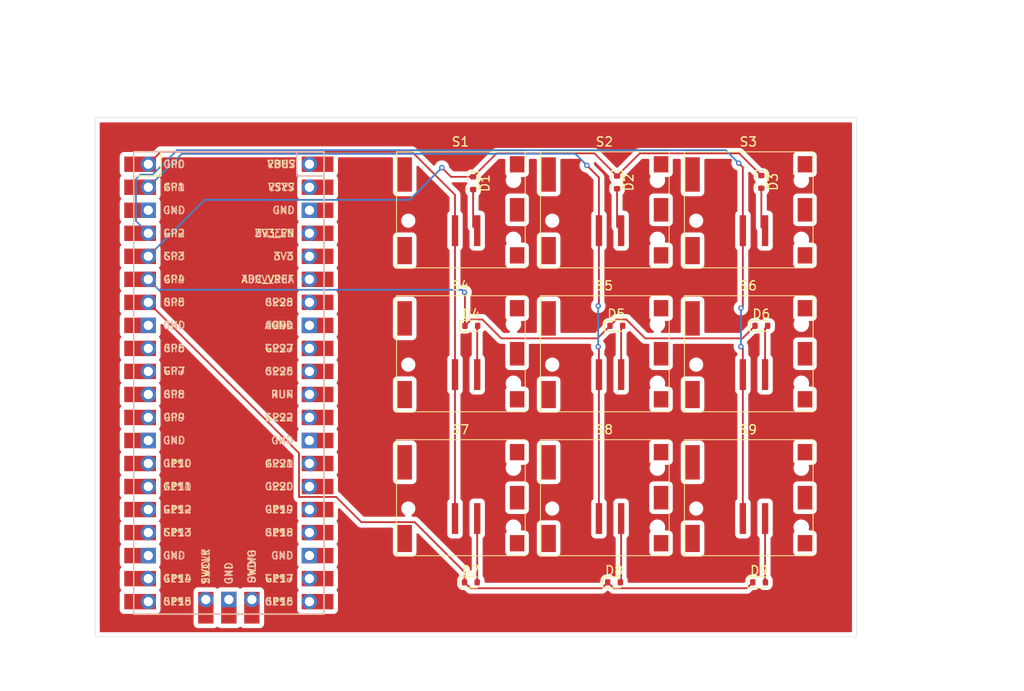
<source format=kicad_pcb>
(kicad_pcb (version 20240108) (generator "pcbnew") (generator_version "8.0")
  (layers (0 "F.Cu" signal) (31 "B.Cu" signal) (34 "B.Paste" user) (35 "F.Paste" user) (36 "B.SilkS" user "B.Silkscreen") (37 "F.SilkS" user "F.Silkscreen") (38 "B.Mask" user) (39 "F.Mask" user) (44 "Edge.Cuts" user))
  (net 0 "")
  (net 1 "Row 0")
  (net 2 "Net-(D1-A)")
  (net 3 "Net-(D2-A)")
  (net 4 "Net-(D3-A)")
  (net 5 "Net-(D4-A)")
  (net 6 "Row 1")
  (net 7 "Net-(D5-A)")
  (net 8 "Net-(D6-A)")
  (net 9 "Row 2")
  (net 10 "Net-(D7-A)")
  (net 11 "Net-(D8-A)")
  (net 12 "Net-(D9-A)")
  (net 13 "Column 0")
  (net 14 "Column 1")
  (net 15 "Column 2")
  (footprint "Cherry_ULP:Cherry_ULP_SMD" (layer "F.Cu") (at 147.46 130.975)
    (property "Reference" "S9" (at -0.05 -7.5 0) (layer "F.SilkS"))
    (property "Value" "Keyswitch")
    (fp_rect (start -7.1 -6.4) (end 7.1 6.4) (stroke (width 0.1)) (fill none) (layer "F.SilkS"))
    (pad "" np_thru_hole circle (at -5.8 1.2) (size 1.05 1.05) (drill 1.05) (layers "F&B.Cu" "*.Mask"))
    (pad "" np_thru_hole circle (at 5.8 -3.26) (size 1.2 1.2) (drill 1.2) (layers "F&B.Cu" "*.Mask"))
    (pad "" np_thru_hole circle (at 5.8 3.26) (size 1.2 1.2) (drill 1.2) (layers "F&B.Cu" "*.Mask"))
    (pad "1" smd rect (at -0.65 2.3) (size 0.7 3.4) (layers "F.Cu" "F.Paste" "F.Mask") (net 15 "Column 2"))
    (pad "2" smd rect (at 1.8 2.3) (size 0.7 3.4) (layers "F.Cu" "F.Paste" "F.Mask") (net 12 "Net-(D9-A)"))
    (pad "3" smd rect (at -6.2 -3.9) (size 1.6 3.8) (layers "F.Cu" "F.Paste" "F.Mask"))
    (pad "3" smd rect (at -6.2 4.5) (size 1.6 3) (layers "F.Cu" "F.Paste" "F.Mask"))
    (pad "3" smd rect (at 6.2 -5.025) (size 1.6 1.8) (layers "F.Cu" "F.Paste" "F.Mask"))
    (pad "3" smd rect (at 6.2 0) (size 1.6 2.6) (layers "F.Cu" "F.Paste" "F.Mask"))
    (pad "3" smd rect (at 6.2 5.025) (size 1.6 1.8) (layers "F.Cu" "F.Paste" "F.Mask"))
  )
  (footprint "Cherry_ULP:Cherry_ULP_SMD" (layer "F.Cu") (at 131.58 130.975)
    (property "Reference" "S8" (at -0.05 -7.5 0) (layer "F.SilkS"))
    (property "Value" "Keyswitch")
    (fp_rect (start -7.1 -6.4) (end 7.1 6.4) (stroke (width 0.1)) (fill none) (layer "F.SilkS"))
    (pad "" np_thru_hole circle (at -5.8 1.2) (size 1.05 1.05) (drill 1.05) (layers "F&B.Cu" "*.Mask"))
    (pad "" np_thru_hole circle (at 5.8 -3.26) (size 1.2 1.2) (drill 1.2) (layers "F&B.Cu" "*.Mask"))
    (pad "" np_thru_hole circle (at 5.8 3.26) (size 1.2 1.2) (drill 1.2) (layers "F&B.Cu" "*.Mask"))
    (pad "1" smd rect (at -0.65 2.3) (size 0.7 3.4) (layers "F.Cu" "F.Paste" "F.Mask") (net 14 "Column 1"))
    (pad "2" smd rect (at 1.8 2.3) (size 0.7 3.4) (layers "F.Cu" "F.Paste" "F.Mask") (net 11 "Net-(D8-A)"))
    (pad "3" smd rect (at -6.2 -3.9) (size 1.6 3.8) (layers "F.Cu" "F.Paste" "F.Mask"))
    (pad "3" smd rect (at -6.2 4.5) (size 1.6 3) (layers "F.Cu" "F.Paste" "F.Mask"))
    (pad "3" smd rect (at 6.2 -5.025) (size 1.6 1.8) (layers "F.Cu" "F.Paste" "F.Mask"))
    (pad "3" smd rect (at 6.2 0) (size 1.6 2.6) (layers "F.Cu" "F.Paste" "F.Mask"))
    (pad "3" smd rect (at 6.2 5.025) (size 1.6 1.8) (layers "F.Cu" "F.Paste" "F.Mask"))
  )
  (footprint "Diode_SMD:D_SOD-523" (layer "F.Cu") (at 117.05 96.275 -90)
    (property "Reference" "D1" (at 0 -1.3 90) (layer "F.SilkS"))
    (property "Value" "Diode")
    (fp_line (start 0.7 0.6) (end -1.26 0.6) (stroke (width 0.12)) (layer "F.SilkS"))
    (fp_line (start -1.26 -0.6) (end -1.26 0.6) (stroke (width 0.12)) (layer "F.SilkS"))
    (fp_line (start 0.7 -0.6) (end -1.26 -0.6) (stroke (width 0.12)) (layer "F.SilkS"))
    (pad "1" smd roundrect (at -0.7 0 90) (size 0.6 0.7) (layers "F.Cu" "F.Paste" "F.Mask") (net 1 "Row 0"))
    (pad "2" smd roundrect (at 0.7 0 90) (size 0.6 0.7) (layers "F.Cu" "F.Paste" "F.Mask") (net 2 "Net-(D1-A)"))
  )
  (footprint "Cherry_ULP:Cherry_ULP_SMD" (layer "F.Cu") (at 115.7 99.215)
    (property "Reference" "S1" (at -0.05 -7.5 0) (layer "F.SilkS"))
    (property "Value" "Keyswitch")
    (fp_rect (start -7.1 -6.4) (end 7.1 6.4) (stroke (width 0.1)) (fill none) (layer "F.SilkS"))
    (pad "" np_thru_hole circle (at -5.8 1.2) (size 1.05 1.05) (drill 1.05) (layers "F&B.Cu" "*.Mask"))
    (pad "" np_thru_hole circle (at 5.8 -3.26) (size 1.2 1.2) (drill 1.2) (layers "F&B.Cu" "*.Mask"))
    (pad "" np_thru_hole circle (at 5.8 3.26) (size 1.2 1.2) (drill 1.2) (layers "F&B.Cu" "*.Mask"))
    (pad "1" smd rect (at -0.65 2.3) (size 0.7 3.4) (layers "F.Cu" "F.Paste" "F.Mask") (net 13 "Column 0"))
    (pad "2" smd rect (at 1.8 2.3) (size 0.7 3.4) (layers "F.Cu" "F.Paste" "F.Mask") (net 2 "Net-(D1-A)"))
    (pad "3" smd rect (at -6.2 -3.9) (size 1.6 3.8) (layers "F.Cu" "F.Paste" "F.Mask"))
    (pad "3" smd rect (at -6.2 4.5) (size 1.6 3) (layers "F.Cu" "F.Paste" "F.Mask"))
    (pad "3" smd rect (at 6.2 -5.025) (size 1.6 1.8) (layers "F.Cu" "F.Paste" "F.Mask"))
    (pad "3" smd rect (at 6.2 0) (size 1.6 2.6) (layers "F.Cu" "F.Paste" "F.Mask"))
    (pad "3" smd rect (at 6.2 5.025) (size 1.6 1.8) (layers "F.Cu" "F.Paste" "F.Mask"))
  )
  (footprint "Diode_SMD:D_SOD-523" (layer "F.Cu") (at 116.8 140.315)
    (property "Reference" "D7" (at 0 -1.3 0) (layer "F.SilkS"))
    (property "Value" "Diode")
    (fp_line (start -1.26 -0.6) (end -1.26 0.6) (stroke (width 0.12)) (layer "F.SilkS"))
    (fp_line (start 0.7 -0.6) (end -1.26 -0.6) (stroke (width 0.12)) (layer "F.SilkS"))
    (fp_line (start 0.7 0.6) (end -1.26 0.6) (stroke (width 0.12)) (layer "F.SilkS"))
    (pad "1" smd roundrect (at -0.7 0 180) (size 0.6 0.7) (layers "F.Cu" "F.Paste" "F.Mask") (net 9 "Row 2"))
    (pad "2" smd roundrect (at 0.7 0 180) (size 0.6 0.7) (layers "F.Cu" "F.Paste" "F.Mask") (net 10 "Net-(D7-A)"))
  )
  (footprint "Cherry_ULP:Cherry_ULP_SMD" (layer "F.Cu") (at 147.46 115.095)
    (property "Reference" "S6" (at -0.05 -7.5 0) (layer "F.SilkS"))
    (property "Value" "Keyswitch")
    (fp_rect (start -7.1 -6.4) (end 7.1 6.4) (stroke (width 0.1)) (fill none) (layer "F.SilkS"))
    (pad "" np_thru_hole circle (at -5.8 1.2) (size 1.05 1.05) (drill 1.05) (layers "F&B.Cu" "*.Mask"))
    (pad "" np_thru_hole circle (at 5.8 -3.26) (size 1.2 1.2) (drill 1.2) (layers "F&B.Cu" "*.Mask"))
    (pad "" np_thru_hole circle (at 5.8 3.26) (size 1.2 1.2) (drill 1.2) (layers "F&B.Cu" "*.Mask"))
    (pad "1" smd rect (at -0.65 2.3) (size 0.7 3.4) (layers "F.Cu" "F.Paste" "F.Mask") (net 15 "Column 2"))
    (pad "2" smd rect (at 1.8 2.3) (size 0.7 3.4) (layers "F.Cu" "F.Paste" "F.Mask") (net 8 "Net-(D6-A)"))
    (pad "3" smd rect (at -6.2 -3.9) (size 1.6 3.8) (layers "F.Cu" "F.Paste" "F.Mask"))
    (pad "3" smd rect (at -6.2 4.5) (size 1.6 3) (layers "F.Cu" "F.Paste" "F.Mask"))
    (pad "3" smd rect (at 6.2 -5.025) (size 1.6 1.8) (layers "F.Cu" "F.Paste" "F.Mask"))
    (pad "3" smd rect (at 6.2 0) (size 1.6 2.6) (layers "F.Cu" "F.Paste" "F.Mask"))
    (pad "3" smd rect (at 6.2 5.025) (size 1.6 1.8) (layers "F.Cu" "F.Paste" "F.Mask"))
  )
  (footprint "Diode_SMD:D_SOD-523" (layer "F.Cu") (at 148.6 140.315)
    (property "Reference" "D9" (at 0 -1.3 0) (layer "F.SilkS"))
    (property "Value" "Diode")
    (fp_line (start -1.26 -0.6) (end -1.26 0.6) (stroke (width 0.12)) (layer "F.SilkS"))
    (fp_line (start 0.7 -0.6) (end -1.26 -0.6) (stroke (width 0.12)) (layer "F.SilkS"))
    (fp_line (start 0.7 0.6) (end -1.26 0.6) (stroke (width 0.12)) (layer "F.SilkS"))
    (pad "1" smd roundrect (at -0.7 0 180) (size 0.6 0.7) (layers "F.Cu" "F.Paste" "F.Mask") (net 9 "Row 2"))
    (pad "2" smd roundrect (at 0.7 0 180) (size 0.6 0.7) (layers "F.Cu" "F.Paste" "F.Mask") (net 12 "Net-(D9-A)"))
  )
  (footprint "Cherry_ULP:Cherry_ULP_SMD" (layer "F.Cu") (at 147.46 99.215)
    (property "Reference" "S3" (at -0.05 -7.5 0) (layer "F.SilkS"))
    (property "Value" "Keyswitch")
    (fp_rect (start -7.1 -6.4) (end 7.1 6.4) (stroke (width 0.1)) (fill none) (layer "F.SilkS"))
    (pad "" np_thru_hole circle (at -5.8 1.2) (size 1.05 1.05) (drill 1.05) (layers "F&B.Cu" "*.Mask"))
    (pad "" np_thru_hole circle (at 5.8 -3.26) (size 1.2 1.2) (drill 1.2) (layers "F&B.Cu" "*.Mask"))
    (pad "" np_thru_hole circle (at 5.8 3.26) (size 1.2 1.2) (drill 1.2) (layers "F&B.Cu" "*.Mask"))
    (pad "1" smd rect (at -0.65 2.3) (size 0.7 3.4) (layers "F.Cu" "F.Paste" "F.Mask") (net 15 "Column 2"))
    (pad "2" smd rect (at 1.8 2.3) (size 0.7 3.4) (layers "F.Cu" "F.Paste" "F.Mask") (net 4 "Net-(D3-A)"))
    (pad "3" smd rect (at -6.2 -3.9) (size 1.6 3.8) (layers "F.Cu" "F.Paste" "F.Mask"))
    (pad "3" smd rect (at -6.2 4.5) (size 1.6 3) (layers "F.Cu" "F.Paste" "F.Mask"))
    (pad "3" smd rect (at 6.2 -5.025) (size 1.6 1.8) (layers "F.Cu" "F.Paste" "F.Mask"))
    (pad "3" smd rect (at 6.2 0) (size 1.6 2.6) (layers "F.Cu" "F.Paste" "F.Mask"))
    (pad "3" smd rect (at 6.2 5.025) (size 1.6 1.8) (layers "F.Cu" "F.Paste" "F.Mask"))
  )
  (footprint "Diode_SMD:D_SOD-523" (layer "F.Cu") (at 116.85 112.015)
    (property "Reference" "D4" (at 0 -1.3 0) (layer "F.SilkS"))
    (property "Value" "Diode")
    (fp_line (start -1.26 -0.6) (end -1.26 0.6) (stroke (width 0.12)) (layer "F.SilkS"))
    (fp_line (start 0.7 -0.6) (end -1.26 -0.6) (stroke (width 0.12)) (layer "F.SilkS"))
    (fp_line (start 0.7 0.6) (end -1.26 0.6) (stroke (width 0.12)) (layer "F.SilkS"))
    (pad "1" smd roundrect (at -0.7 0 180) (size 0.6 0.7) (layers "F.Cu" "F.Paste" "F.Mask") (net 6 "Row 1"))
    (pad "2" smd roundrect (at 0.7 0 180) (size 0.6 0.7) (layers "F.Cu" "F.Paste" "F.Mask") (net 5 "Net-(D4-A)"))
  )
  (footprint "Diode_SMD:D_SOD-523" (layer "F.Cu") (at 148.85 112.015)
    (property "Reference" "D6" (at 0 -1.3 0) (layer "F.SilkS"))
    (property "Value" "Diode")
    (fp_line (start -1.26 -0.6) (end -1.26 0.6) (stroke (width 0.12)) (layer "F.SilkS"))
    (fp_line (start 0.7 -0.6) (end -1.26 -0.6) (stroke (width 0.12)) (layer "F.SilkS"))
    (fp_line (start 0.7 0.6) (end -1.26 0.6) (stroke (width 0.12)) (layer "F.SilkS"))
    (pad "1" smd roundrect (at -0.7 0 180) (size 0.6 0.7) (layers "F.Cu" "F.Paste" "F.Mask") (net 6 "Row 1"))
    (pad "2" smd roundrect (at 0.7 0 180) (size 0.6 0.7) (layers "F.Cu" "F.Paste" "F.Mask") (net 8 "Net-(D6-A)"))
  )
  (footprint "Diode_SMD:D_SOD-523" (layer "F.Cu") (at 132.6 140.315)
    (property "Reference" "D8" (at 0 -1.3 0) (layer "F.SilkS"))
    (property "Value" "Diode")
    (fp_line (start -1.26 -0.6) (end -1.26 0.6) (stroke (width 0.12)) (layer "F.SilkS"))
    (fp_line (start 0.7 -0.6) (end -1.26 -0.6) (stroke (width 0.12)) (layer "F.SilkS"))
    (fp_line (start 0.7 0.6) (end -1.26 0.6) (stroke (width 0.12)) (layer "F.SilkS"))
    (pad "1" smd roundrect (at -0.7 0 180) (size 0.6 0.7) (layers "F.Cu" "F.Paste" "F.Mask") (net 9 "Row 2"))
    (pad "2" smd roundrect (at 0.7 0 180) (size 0.6 0.7) (layers "F.Cu" "F.Paste" "F.Mask") (net 11 "Net-(D8-A)"))
  )
  (footprint "Diode_SMD:D_SOD-523" (layer "F.Cu") (at 132.85 112.015)
    (property "Reference" "D5" (at 0 -1.3 0) (layer "F.SilkS"))
    (property "Value" "Diode")
    (fp_line (start -1.26 -0.6) (end -1.26 0.6) (stroke (width 0.12)) (layer "F.SilkS"))
    (fp_line (start 0.7 -0.6) (end -1.26 -0.6) (stroke (width 0.12)) (layer "F.SilkS"))
    (fp_line (start 0.7 0.6) (end -1.26 0.6) (stroke (width 0.12)) (layer "F.SilkS"))
    (pad "1" smd roundrect (at -0.7 0 180) (size 0.6 0.7) (layers "F.Cu" "F.Paste" "F.Mask") (net 6 "Row 1"))
    (pad "2" smd roundrect (at 0.7 0 180) (size 0.6 0.7) (layers "F.Cu" "F.Paste" "F.Mask") (net 7 "Net-(D5-A)"))
  )
  (footprint "Cherry_ULP:Cherry_ULP_SMD" (layer "F.Cu") (at 131.58 115.095)
    (property "Reference" "S5" (at -0.05 -7.5 0) (layer "F.SilkS"))
    (property "Value" "Keyswitch")
    (fp_rect (start -7.1 -6.4) (end 7.1 6.4) (stroke (width 0.1)) (fill none) (layer "F.SilkS"))
    (pad "" np_thru_hole circle (at -5.8 1.2) (size 1.05 1.05) (drill 1.05) (layers "F&B.Cu" "*.Mask"))
    (pad "" np_thru_hole circle (at 5.8 -3.26) (size 1.2 1.2) (drill 1.2) (layers "F&B.Cu" "*.Mask"))
    (pad "" np_thru_hole circle (at 5.8 3.26) (size 1.2 1.2) (drill 1.2) (layers "F&B.Cu" "*.Mask"))
    (pad "1" smd rect (at -0.65 2.3) (size 0.7 3.4) (layers "F.Cu" "F.Paste" "F.Mask") (net 14 "Column 1"))
    (pad "2" smd rect (at 1.8 2.3) (size 0.7 3.4) (layers "F.Cu" "F.Paste" "F.Mask") (net 7 "Net-(D5-A)"))
    (pad "3" smd rect (at -6.2 -3.9) (size 1.6 3.8) (layers "F.Cu" "F.Paste" "F.Mask"))
    (pad "3" smd rect (at -6.2 4.5) (size 1.6 3) (layers "F.Cu" "F.Paste" "F.Mask"))
    (pad "3" smd rect (at 6.2 -5.025) (size 1.6 1.8) (layers "F.Cu" "F.Paste" "F.Mask"))
    (pad "3" smd rect (at 6.2 0) (size 1.6 2.6) (layers "F.Cu" "F.Paste" "F.Mask"))
    (pad "3" smd rect (at 6.2 5.025) (size 1.6 1.8) (layers "F.Cu" "F.Paste" "F.Mask"))
  )
  (footprint "Cherry_ULP:Cherry_ULP_SMD" (layer "F.Cu") (at 115.7 115.095)
    (property "Reference" "S4" (at -0.05 -7.5 0) (layer "F.SilkS"))
    (property "Value" "Keyswitch")
    (fp_rect (start -7.1 -6.4) (end 7.1 6.4) (stroke (width 0.1)) (fill none) (layer "F.SilkS"))
    (pad "" np_thru_hole circle (at -5.8 1.2) (size 1.05 1.05) (drill 1.05) (layers "F&B.Cu" "*.Mask"))
    (pad "" np_thru_hole circle (at 5.8 -3.26) (size 1.2 1.2) (drill 1.2) (layers "F&B.Cu" "*.Mask"))
    (pad "" np_thru_hole circle (at 5.8 3.26) (size 1.2 1.2) (drill 1.2) (layers "F&B.Cu" "*.Mask"))
    (pad "1" smd rect (at -0.65 2.3) (size 0.7 3.4) (layers "F.Cu" "F.Paste" "F.Mask") (net 13 "Column 0"))
    (pad "2" smd rect (at 1.8 2.3) (size 0.7 3.4) (layers "F.Cu" "F.Paste" "F.Mask") (net 5 "Net-(D4-A)"))
    (pad "3" smd rect (at -6.2 -3.9) (size 1.6 3.8) (layers "F.Cu" "F.Paste" "F.Mask"))
    (pad "3" smd rect (at -6.2 4.5) (size 1.6 3) (layers "F.Cu" "F.Paste" "F.Mask"))
    (pad "3" smd rect (at 6.2 -5.025) (size 1.6 1.8) (layers "F.Cu" "F.Paste" "F.Mask"))
    (pad "3" smd rect (at 6.2 0) (size 1.6 2.6) (layers "F.Cu" "F.Paste" "F.Mask"))
    (pad "3" smd rect (at 6.2 5.025) (size 1.6 1.8) (layers "F.Cu" "F.Paste" "F.Mask"))
  )
  (footprint "ScottoKeebs_MCU:Raspberry_Pi_Pico" (layer "F.Cu") (at 90.1 118.315)
    (property "Reference" "U1" (hide yes))
    (property "Value" "Raspberry_Pi_Pico" (hide yes))
    (fp_line (start -10.5 -25.5) (end -10.5 25.5) (stroke (width 0.15)) (layer "B.SilkS"))
    (fp_line (start -10.5 25.5) (end 10.5 25.5) (stroke (width 0.15)) (layer "B.SilkS"))
    (fp_line (start 7.493 -22.833) (end 7.493 -25.5) (stroke (width 0.15)) (layer "B.SilkS"))
    (fp_line (start 10.5 -25.5) (end -10.5 -25.5) (stroke (width 0.15)) (layer "B.SilkS"))
    (fp_line (start 10.5 -25.5) (end 10.5 25.5) (stroke (width 0.15)) (layer "B.SilkS"))
    (fp_line (start 10.5 -22.833) (end 7.493 -22.833) (stroke (width 0.15)) (layer "B.SilkS"))
    (fp_line (start -10.5 -25.5) (end -10.5 25.5) (stroke (width 0.15)) (layer "F.SilkS"))
    (fp_line (start -10.5 -25.5) (end 10.5 -25.5) (stroke (width 0.15)) (layer "F.SilkS"))
    (fp_line (start -10.5 -22.833) (end -7.493 -22.833) (stroke (width 0.15)) (layer "F.SilkS"))
    (fp_line (start -7.493 -22.833) (end -7.493 -25.5) (stroke (width 0.15)) (layer "F.SilkS"))
    (fp_line (start 10.5 -25.5) (end 10.5 25.5) (stroke (width 0.15)) (layer "F.SilkS"))
    (fp_line (start 10.5 25.5) (end -10.5 25.5) (stroke (width 0.15)) (layer "F.SilkS"))
    (fp_text user "GP3" (at -6.04 -13.97 0) (layer "B.SilkS") (effects (font (size 0.8 0.8)) (justify mirror)))
    (fp_text user "GP8" (at -6.04 1.27 0) (layer "B.SilkS") (effects (font (size 0.8 0.8)) (justify mirror)))
    (fp_text user "GP19" (at 5.54 13.97 0) (layer "B.SilkS") (effects (font (size 0.8 0.8)) (justify mirror)))
    (fp_text user "GP12" (at -5.69 13.97 0) (layer "B.SilkS") (effects (font (size 0.8 0.8)) (justify mirror)))
    (fp_text user "SWDIO" (at 2.54 20.25 -90) (layer "B.SilkS") (effects (font (size 0.8 0.8)) (justify mirror)))
    (fp_text user "GP5" (at -6.04 -8.89 0) (layer "B.SilkS") (effects (font (size 0.8 0.8)) (justify mirror)))
    (fp_text user "GP4" (at -6.04 -11.43 0) (layer "B.SilkS") (effects (font (size 0.8 0.8)) (justify mirror)))
    (fp_text user "GND" (at -6.04 6.35 0) (layer "B.SilkS") (effects (font (size 0.8 0.8)) (justify mirror)))
    (fp_text user "GP27" (at 5.54 -3.8 0) (layer "B.SilkS") (effects (font (size 0.8 0.8)) (justify mirror)))
    (fp_text user "GP10" (at -5.69 8.89 0) (layer "B.SilkS") (effects (font (size 0.8 0.8)) (justify mirror)))
    (fp_text user "GND" (at -6.04 -19.05 0) (layer "B.SilkS") (effects (font (size 0.8 0.8)) (justify mirror)))
    (fp_text user "GP17" (at 5.54 21.59 0) (layer "B.SilkS") (effects (font (size 0.8 0.8)) (justify mirror)))
    (fp_text user "GND" (at 5.89 19.05 0) (layer "B.SilkS") (effects (font (size 0.8 0.8)) (justify mirror)))
    (fp_text user "SWCLK" (at -2.54 20.25 -90) (layer "B.SilkS") (effects (font (size 0.8 0.8)) (justify mirror)))
    (fp_text user "GP13" (at -5.69 16.51 0) (layer "B.SilkS") (effects (font (size 0.8 0.8)) (justify mirror)))
    (fp_text user "GP11" (at -5.69 11.43 0) (layer "B.SilkS") (effects (font (size 0.8 0.8)) (justify mirror)))
    (fp_text user "GP28" (at 5.54 -8.89 0) (layer "B.SilkS") (effects (font (size 0.8 0.8)) (justify mirror)))
    (fp_text user "GND" (at -6.04 -6.35 0) (layer "B.SilkS") (effects (font (size 0.8 0.8)) (justify mirror)))
    (fp_text user "GP14" (at -5.69 21.59 0) (layer "B.SilkS") (effects (font (size 0.8 0.8)) (justify mirror)))
    (fp_text user "GP1" (at -6.04 -21.6 0) (layer "B.SilkS") (effects (font (size 0.8 0.8)) (justify mirror)))
    (fp_text user "VSYS" (at 5.79 -21.59 0) (layer "B.SilkS") (effects (font (size 0.8 0.8)) (justify mirror)))
    (fp_text user "GP18" (at 5.54 16.51 0) (layer "B.SilkS") (effects (font (size 0.8 0.8)) (justify mirror)))
    (fp_text user "GND" (at 5.89 6.35 0) (layer "B.SilkS") (effects (font (size 0.8 0.8)) (justify mirror)))
    (fp_text user "GND" (at -6.04 19.05 0) (layer "B.SilkS") (effects (font (size 0.8 0.8)) (justify mirror)))
    (fp_text user "GP21" (at 5.54 8.9 0) (layer "B.SilkS") (effects (font (size 0.8 0.8)) (justify mirror)))
    (fp_text user "3V3_EN" (at 5.04 -16.51 0) (layer "B.SilkS") (effects (font (size 0.8 0.8)) (justify mirror)))
    (fp_text user "GP9" (at -6.04 3.81 0) (layer "B.SilkS") (effects (font (size 0.8 0.8)) (justify mirror)))
    (fp_text user "GP15" (at -5.69 24.13 0) (layer "B.SilkS") (effects (font (size 0.8 0.8)) (justify mirror)))
    (fp_text user "RUN" (at 5.89 1.27 0) (layer "B.SilkS") (effects (font (size 0.8 0.8)) (justify mirror)))
    (fp_text user "GP22" (at 5.54 3.81 0) (layer "B.SilkS") (effects (font (size 0.8 0.8)) (justify mirror)))
    (fp_text user "GP16" (at 5.54 24.13 0) (layer "B.SilkS") (effects (font (size 0.8 0.8)) (justify mirror)))
    (fp_text user "GP0" (at -6.04 -24.13 0) (layer "B.SilkS") (effects (font (size 0.8 0.8)) (justify mirror)))
    (fp_text user "ADC_VREF" (at 4.29 -11.43 0) (layer "B.SilkS") (effects (font (size 0.8 0.8)) (justify mirror)))
    (fp_text user "GP20" (at 5.54 11.43 0) (layer "B.SilkS") (effects (font (size 0.8 0.8)) (justify mirror)))
    (fp_text user "GP26" (at 5.54 -1.27 0) (layer "B.SilkS") (effects (font (size 0.8 0.8)) (justify mirror)))
    (fp_text user "3V3" (at 6.04 -13.97 0) (layer "B.SilkS") (effects (font (size 0.8 0.8)) (justify mirror)))
    (fp_text user "GP6" (at -6.04 -3.81 0) (layer "B.SilkS") (effects (font (size 0.8 0.8)) (justify mirror)))
    (fp_text user "GP2" (at -6.04 -16.51 0) (layer "B.SilkS") (effects (font (size 0.8 0.8)) (justify mirror)))
    (fp_text user "GND" (at 6.04 -19.05 0) (layer "B.SilkS") (effects (font (size 0.8 0.8)) (justify mirror)))
    (fp_text user "AGND" (at 5.54 -6.35 0) (layer "B.SilkS") (effects (font (size 0.8 0.8)) (justify mirror)))
    (fp_text user "GP7" (at -6.04 -1.3 0) (layer "B.SilkS") (effects (font (size 0.8 0.8)) (justify mirror)))
    (fp_text user "VBUS" (at 5.79 -24.13 0) (layer "B.SilkS") (effects (font (size 0.8 0.8)) (justify mirror)))
    (fp_text user "GND" (at 0 21 -90) (layer "B.SilkS") (effects (font (size 0.8 0.8)) (justify mirror)))
    (fp_text user "GND" (at 6.04 -19.05 0) (layer "F.SilkS") (effects (font (size 0.8 0.8))))
    (fp_text user "GP6" (at -6.04 -3.81 0) (layer "F.SilkS") (effects (font (size 0.8 0.8))))
    (fp_text user "GP22" (at 5.54 3.81 0) (layer "F.SilkS") (effects (font (size 0.8 0.8))))
    (fp_text user "GP28" (at 5.54 -8.89 0) (layer "F.SilkS") (effects (font (size 0.8 0.8))))
    (fp_text user "3V3" (at 6.04 -13.97 0) (layer "F.SilkS") (effects (font (size 0.8 0.8))))
    (fp_text user "GND" (at -6.04 -19.05 0) (layer "F.SilkS") (effects (font (size 0.8 0.8))))
    (fp_text user "GP2" (at -6.04 -16.51 0) (layer "F.SilkS") (effects (font (size 0.8 0.8))))
    (fp_text user "GP8" (at -6.04 1.27 0) (layer "F.SilkS") (effects (font (size 0.8 0.8))))
    (fp_text user "GP9" (at -6.04 3.81 0) (layer "F.SilkS") (effects (font (size 0.8 0.8))))
    (fp_text user "GP15" (at -5.69 24.13 0) (layer "F.SilkS") (effects (font (size 0.8 0.8))))
    (fp_text user "GND" (at -6.04 -6.35 0) (layer "F.SilkS") (effects (font (size 0.8 0.8))))
    (fp_text user "GP7" (at -6.04 -1.3 0) (layer "F.SilkS") (effects (font (size 0.8 0.8))))
    (fp_text user "GP5" (at -6.04 -8.89 0) (layer "F.SilkS") (effects (font (size 0.8 0.8))))
    (fp_text user "3V3_EN" (at 5.04 -16.51 0) (layer "F.SilkS") (effects (font (size 0.8 0.8))))
    (fp_text user "GP0" (at -6.04 -24.13 0) (layer "F.SilkS") (effects (font (size 0.8 0.8))))
    (fp_text user "SWDIO" (at 2.54 20.25 90) (layer "F.SilkS") (effects (font (size 0.8 0.8))))
    (fp_text user "GP3" (at -6.04 -13.97 0) (layer "F.SilkS") (effects (font (size 0.8 0.8))))
    (fp_text user "SWCLK" (at -2.54 20.25 90) (layer "F.SilkS") (effects (font (size 0.8 0.8))))
    (fp_text user "GND" (at -6.04 19.05 0) (layer "F.SilkS") (effects (font (size 0.8 0.8))))
    (fp_text user "VBUS" (at 5.79 -24.13 0) (layer "F.SilkS") (effects (font (size 0.8 0.8))))
    (fp_text user "GP20" (at 5.54 11.43 0) (layer "F.SilkS") (effects (font (size 0.8 0.8))))
    (fp_text user "GP12" (at -5.69 13.97 0) (layer "F.SilkS") (effects (font (size 0.8 0.8))))
    (fp_text user "GP14" (at -5.69 21.59 0) (layer "F.SilkS") (effects (font (size 0.8 0.8))))
    (fp_text user "GP16" (at 5.54 24.13 0) (layer "F.SilkS") (effects (font (size 0.8 0.8))))
    (fp_text user "GP19" (at 5.54 13.97 0) (layer "F.SilkS") (effects (font (size 0.8 0.8))))
    (fp_text user "GND" (at 5.89 6.35 0) (layer "F.SilkS") (effects (font (size 0.8 0.8))))
    (fp_text user "GP13" (at -5.69 16.51 0) (layer "F.SilkS") (effects (font (size 0.8 0.8))))
    (fp_text user "GP4" (at -6.04 -11.43 0) (layer "F.SilkS") (effects (font (size 0.8 0.8))))
    (fp_text user "AGND" (at 5.54 -6.35 0) (layer "F.SilkS") (effects (font (size 0.8 0.8))))
    (fp_text user "RUN" (at 5.89 1.27 0) (layer "F.SilkS") (effects (font (size 0.8 0.8))))
    (fp_text user "GP27" (at 5.54 -3.8 0) (layer "F.SilkS") (effects (font (size 0.8 0.8))))
    (fp_text user "GP21" (at 5.54 8.9 0) (layer "F.SilkS") (effects (font (size 0.8 0.8))))
    (fp_text user "GND" (at 0 21 90) (layer "F.SilkS") (effects (font (size 0.8 0.8))))
    (fp_text user "GP18" (at 5.54 16.51 0) (layer "F.SilkS") (effects (font (size 0.8 0.8))))
    (fp_text user "GP26" (at 5.54 -1.27 0) (layer "F.SilkS") (effects (font (size 0.8 0.8))))
    (fp_text user "ADC_VREF" (at 4.29 -11.43 0) (layer "F.SilkS") (effects (font (size 0.8 0.8))))
    (fp_text user "GP10" (at -5.69 8.89 0) (layer "F.SilkS") (effects (font (size 0.8 0.8))))
    (fp_text user "GND" (at 5.89 19.05 0) (layer "F.SilkS") (effects (font (size 0.8 0.8))))
    (fp_text user "GP17" (at 5.54 21.59 0) (layer "F.SilkS") (effects (font (size 0.8 0.8))))
    (fp_text user "VSYS" (at 5.79 -21.59 0) (layer "F.SilkS") (effects (font (size 0.8 0.8))))
    (fp_text user "GND" (at -6.04 6.35 0) (layer "F.SilkS") (effects (font (size 0.8 0.8))))
    (fp_text user "GP1" (at -6.04 -21.6 0) (layer "F.SilkS") (effects (font (size 0.8 0.8))))
    (fp_text user "GP11" (at -5.69 11.43 0) (layer "F.SilkS") (effects (font (size 0.8 0.8))))
    (pad "1" thru_hole oval (at -8.89 -24.13) (size 1.7 1.7) (drill 1.02) (layers "*.Cu" "*.Mask") (net 13 "Column 0"))
    (pad "1" smd rect (at -8.89 -24.13) (size 3.5 1.7) (drill (offset -0.9 0)) (layers "F.Cu" "F.Mask") (net 13 "Column 0"))
    (pad "2" thru_hole oval (at -8.89 -21.59) (size 1.7 1.7) (drill 1.02) (layers "*.Cu" "*.Mask") (net 14 "Column 1"))
    (pad "2" smd rect (at -8.89 -21.59) (size 3.5 1.7) (drill (offset -0.9 0)) (layers "F.Cu" "F.Mask") (net 14 "Column 1"))
    (pad "3" thru_hole rect (at -8.89 -19.05) (size 1.7 1.7) (drill 1.02) (layers "*.Cu" "*.Mask"))
    (pad "3" smd rect (at -8.89 -19.05) (size 3.5 1.7) (drill (offset -0.9 0)) (layers "F.Cu" "F.Mask"))
    (pad "4" thru_hole oval (at -8.89 -16.51) (size 1.7 1.7) (drill 1.02) (layers "*.Cu" "*.Mask") (net 15 "Column 2"))
    (pad "4" smd rect (at -8.89 -16.51) (size 3.5 1.7) (drill (offset -0.9 0)) (layers "F.Cu" "F.Mask") (net 15 "Column 2"))
    (pad "5" thru_hole oval (at -8.89 -13.97) (size 1.7 1.7) (drill 1.02) (layers "*.Cu" "*.Mask") (net 1 "Row 0"))
    (pad "5" smd rect (at -8.89 -13.97) (size 3.5 1.7) (drill (offset -0.9 0)) (layers "F.Cu" "F.Mask") (net 1 "Row 0"))
    (pad "6" thru_hole oval (at -8.89 -11.43) (size 1.7 1.7) (drill 1.02) (layers "*.Cu" "*.Mask") (net 6 "Row 1"))
    (pad "6" smd rect (at -8.89 -11.43) (size 3.5 1.7) (drill (offset -0.9 0)) (layers "F.Cu" "F.Mask") (net 6 "Row 1"))
    (pad "7" thru_hole oval (at -8.89 -8.89) (size 1.7 1.7) (drill 1.02) (layers "*.Cu" "*.Mask") (net 9 "Row 2"))
    (pad "7" smd rect (at -8.89 -8.89) (size 3.5 1.7) (drill (offset -0.9 0)) (layers "F.Cu" "F.Mask") (net 9 "Row 2"))
    (pad "8" thru_hole rect (at -8.89 -6.35) (size 1.7 1.7) (drill 1.02) (layers "*.Cu" "*.Mask"))
    (pad "8" smd rect (at -8.89 -6.35) (size 3.5 1.7) (drill (offset -0.9 0)) (layers "F.Cu" "F.Mask"))
    (pad "9" thru_hole oval (at -8.89 -3.81) (size 1.7 1.7) (drill 1.02) (layers "*.Cu" "*.Mask"))
    (pad "9" smd rect (at -8.89 -3.81) (size 3.5 1.7) (drill (offset -0.9 0)) (layers "F.Cu" "F.Mask"))
    (pad "10" thru_hole oval (at -8.89 -1.27) (size 1.7 1.7) (drill 1.02) (layers "*.Cu" "*.Mask"))
    (pad "10" smd rect (at -8.89 -1.27) (size 3.5 1.7) (drill (offset -0.9 0)) (layers "F.Cu" "F.Mask"))
    (pad "11" thru_hole oval (at -8.89 1.27) (size 1.7 1.7) (drill 1.02) (layers "*.Cu" "*.Mask"))
    (pad "11" smd rect (at -8.89 1.27) (size 3.5 1.7) (drill (offset -0.9 0)) (layers "F.Cu" "F.Mask"))
    (pad "12" thru_hole oval (at -8.89 3.81) (size 1.7 1.7) (drill 1.02) (layers "*.Cu" "*.Mask"))
    (pad "12" smd rect (at -8.89 3.81) (size 3.5 1.7) (drill (offset -0.9 0)) (layers "F.Cu" "F.Mask"))
    (pad "13" thru_hole rect (at -8.89 6.35) (size 1.7 1.7) (drill 1.02) (layers "*.Cu" "*.Mask"))
    (pad "13" smd rect (at -8.89 6.35) (size 3.5 1.7) (drill (offset -0.9 0)) (layers "F.Cu" "F.Mask"))
    (pad "14" thru_hole oval (at -8.89 8.89) (size 1.7 1.7) (drill 1.02) (layers "*.Cu" "*.Mask"))
    (pad "14" smd rect (at -8.89 8.89) (size 3.5 1.7) (drill (offset -0.9 0)) (layers "F.Cu" "F.Mask"))
    (pad "15" thru_hole oval (at -8.89 11.43) (size 1.7 1.7) (drill 1.02) (layers "*.Cu" "*.Mask"))
    (pad "15" smd rect (at -8.89 11.43) (size 3.5 1.7) (drill (offset -0.9 0)) (layers "F.Cu" "F.Mask"))
    (pad "16" thru_hole oval (at -8.89 13.97) (size 1.7 1.7) (drill 1.02) (layers "*.Cu" "*.Mask"))
    (pad "16" smd rect (at -8.89 13.97) (size 3.5 1.7) (drill (offset -0.9 0)) (layers "F.Cu" "F.Mask"))
    (pad "17" thru_hole oval (at -8.89 16.51) (size 1.7 1.7) (drill 1.02) (layers "*.Cu" "*.Mask"))
    (pad "17" smd rect (at -8.89 16.51) (size 3.5 1.7) (drill (offset -0.9 0)) (layers "F.Cu" "F.Mask"))
    (pad "18" thru_hole rect (at -8.89 19.05) (size 1.7 1.7) (drill 1.02) (layers "*.Cu" "*.Mask"))
    (pad "18" smd rect (at -8.89 19.05) (size 3.5 1.7) (drill (offset -0.9 0)) (layers "F.Cu" "F.Mask"))
    (pad "19" thru_hole oval (at -8.89 21.59) (size 1.7 1.7) (drill 1.02) (layers "*.Cu" "*.Mask"))
    (pad "19" smd rect (at -8.89 21.59) (size 3.5 1.7) (drill (offset -0.9 0)) (layers "F.Cu" "F.Mask"))
    (pad "20" thru_hole oval (at -8.89 24.13) (size 1.7 1.7) (drill 1.02) (layers "*.Cu" "*.Mask"))
    (pad "20" smd rect (at -8.89 24.13) (size 3.5 1.7) (drill (offset -0.9 0)) (layers "F.Cu" "F.Mask"))
    (pad "21" thru_hole oval (at 8.89 24.13) (size 1.7 1.7) (drill 1.02) (layers "*.Cu" "*.Mask"))
    (pad "21" smd rect (at 8.89 24.13) (size 3.5 1.7) (drill (offset 0.9 0)) (layers "F.Cu" "F.Mask"))
    (pad "22" thru_hole oval (at 8.89 21.59) (size 1.7 1.7) (drill 1.02) (layers "*.Cu" "*.Mask"))
    (pad "22" smd rect (at 8.89 21.59) (size 3.5 1.7) (drill (offset 0.9 0)) (layers "F.Cu" "F.Mask"))
    (pad "23" thru_hole rect (at 8.89 19.05) (size 1.7 1.7) (drill 1.02) (layers "*.Cu" "*.Mask"))
    (pad "23" smd rect (at 8.89 19.05) (size 3.5 1.7) (drill (offset 0.9 0)) (layers "F.Cu" "F.Mask"))
    (pad "24" thru_hole oval (at 8.89 16.51) (size 1.7 1.7) (drill 1.02) (layers "*.Cu" "*.Mask"))
    (pad "24" smd rect (at 8.89 16.51) (size 3.5 1.7) (drill (offset 0.9 0)) (layers "F.Cu" "F.Mask"))
    (pad "25" thru_hole oval (at 8.89 13.97) (size 1.7 1.7) (drill 1.02) (layers "*.Cu" "*.Mask"))
    (pad "25" smd rect (at 8.89 13.97) (size 3.5 1.7) (drill (offset 0.9 0)) (layers "F.Cu" "F.Mask"))
    (pad "26" thru_hole oval (at 8.89 11.43) (size 1.7 1.7) (drill 1.02) (layers "*.Cu" "*.Mask"))
    (pad "26" smd rect (at 8.89 11.43) (size 3.5 1.7) (drill (offset 0.9 0)) (layers "F.Cu" "F.Mask"))
    (pad "27" thru_hole oval (at 8.89 8.89) (size 1.7 1.7) (drill 1.02) (layers "*.Cu" "*.Mask"))
    (pad "27" smd rect (at 8.89 8.89) (size 3.5 1.7) (drill (offset 0.9 0)) (layers "F.Cu" "F.Mask"))
    (pad "28" thru_hole rect (at 8.89 6.35) (size 1.7 1.7) (drill 1.02) (layers "*.Cu" "*.Mask"))
    (pad "28" smd rect (at 8.89 6.35) (size 3.5 1.7) (drill (offset 0.9 0)) (layers "F.Cu" "F.Mask"))
    (pad "29" thru_hole oval (at 8.89 3.81) (size 1.7 1.7) (drill 1.02) (layers "*.Cu" "*.Mask"))
    (pad "29" smd rect (at 8.89 3.81) (size 3.5 1.7) (drill (offset 0.9 0)) (layers "F.Cu" "F.Mask"))
    (pad "30" thru_hole oval (at 8.89 1.27) (size 1.7 1.7) (drill 1.02) (layers "*.Cu" "*.Mask"))
    (pad "30" smd rect (at 8.89 1.27) (size 3.5 1.7) (drill (offset 0.9 0)) (layers "F.Cu" "F.Mask"))
    (pad "31" thru_hole oval (at 8.89 -1.27) (size 1.7 1.7) (drill 1.02) (layers "*.Cu" "*.Mask"))
    (pad "31" smd rect (at 8.89 -1.27) (size 3.5 1.7) (drill (offset 0.9 0)) (layers "F.Cu" "F.Mask"))
    (pad "32" thru_hole oval (at 8.89 -3.81) (size 1.7 1.7) (drill 1.02) (layers "*.Cu" "*.Mask"))
    (pad "32" smd rect (at 8.89 -3.81) (size 3.5 1.7) (drill (offset 0.9 0)) (layers "F.Cu" "F.Mask"))
    (pad "33" thru_hole rect (at 8.89 -6.35) (size 1.7 1.7) (drill 1.02) (layers "*.Cu" "*.Mask"))
    (pad "33" smd rect (at 8.89 -6.35) (size 3.5 1.7) (drill (offset 0.9 0)) (layers "F.Cu" "F.Mask"))
    (pad "34" thru_hole oval (at 8.89 -8.89) (size 1.7 1.7) (drill 1.02) (layers "*.Cu" "*.Mask"))
    (pad "34" smd rect (at 8.89 -8.89) (size 3.5 1.7) (drill (offset 0.9 0)) (layers "F.Cu" "F.Mask"))
    (pad "35" thru_hole oval (at 8.89 -11.43) (size 1.7 1.7) (drill 1.02) (layers "*.Cu" "*.Mask"))
    (pad "35" smd rect (at 8.89 -11.43) (size 3.5 1.7) (drill (offset 0.9 0)) (layers "F.Cu" "F.Mask"))
    (pad "36" thru_hole oval (at 8.89 -13.97) (size 1.7 1.7) (drill 1.02) (layers "*.Cu" "*.Mask"))
    (pad "36" smd rect (at 8.89 -13.97) (size 3.5 1.7) (drill (offset 0.9 0)) (layers "F.Cu" "F.Mask"))
    (pad "37" thru_hole oval (at 8.89 -16.51) (size 1.7 1.7) (drill 1.02) (layers "*.Cu" "*.Mask"))
    (pad "37" smd rect (at 8.89 -16.51) (size 3.5 1.7) (drill (offset 0.9 0)) (layers "F.Cu" "F.Mask"))
    (pad "38" thru_hole rect (at 8.89 -19.05) (size 1.7 1.7) (drill 1.02) (layers "*.Cu" "*.Mask"))
    (pad "38" smd rect (at 8.89 -19.05) (size 3.5 1.7) (drill (offset 0.9 0)) (layers "F.Cu" "F.Mask"))
    (pad "39" thru_hole oval (at 8.89 -21.59) (size 1.7 1.7) (drill 1.02) (layers "*.Cu" "*.Mask"))
    (pad "39" smd rect (at 8.89 -21.59) (size 3.5 1.7) (drill (offset 0.9 0)) (layers "F.Cu" "F.Mask"))
    (pad "40" thru_hole oval (at 8.89 -24.13) (size 1.7 1.7) (drill 1.02) (layers "*.Cu" "*.Mask"))
    (pad "40" smd rect (at 8.89 -24.13) (size 3.5 1.7) (drill (offset 0.9 0)) (layers "F.Cu" "F.Mask"))
    (pad "41" thru_hole oval (at -2.54 23.9) (size 1.7 1.7) (drill 1.02) (layers "*.Cu" "*.Mask"))
    (pad "41" smd rect (at -2.54 23.9 90) (size 3.5 1.7) (drill (offset -0.9 0)) (layers "F.Cu" "F.Mask"))
    (pad "42" thru_hole rect (at 0 23.9) (size 1.7 1.7) (drill 1.02) (layers "*.Cu" "*.Mask"))
    (pad "42" smd rect (at 0 23.9 90) (size 3.5 1.7) (drill (offset -0.9 0)) (layers "F.Cu" "F.Mask"))
    (pad "43" thru_hole oval (at 2.54 23.9) (size 1.7 1.7) (drill 1.02) (layers "*.Cu" "*.Mask"))
    (pad "43" smd rect (at 2.54 23.9 90) (size 3.5 1.7) (drill (offset -0.9 0)) (layers "F.Cu" "F.Mask"))
  )
  (footprint "Cherry_ULP:Cherry_ULP_SMD" (layer "F.Cu") (at 115.7 130.975)
    (property "Reference" "S7" (at -0.05 -7.5 0) (layer "F.SilkS"))
    (property "Value" "Keyswitch")
    (fp_rect (start -7.1 -6.4) (end 7.1 6.4) (stroke (width 0.1)) (fill none) (layer "F.SilkS"))
    (pad "" np_thru_hole circle (at -5.8 1.2) (size 1.05 1.05) (drill 1.05) (layers "F&B.Cu" "*.Mask"))
    (pad "" np_thru_hole circle (at 5.8 -3.26) (size 1.2 1.2) (drill 1.2) (layers "F&B.Cu" "*.Mask"))
    (pad "" np_thru_hole circle (at 5.8 3.26) (size 1.2 1.2) (drill 1.2) (layers "F&B.Cu" "*.Mask"))
    (pad "1" smd rect (at -0.65 2.3) (size 0.7 3.4) (layers "F.Cu" "F.Paste" "F.Mask") (net 13 "Column 0"))
    (pad "2" smd rect (at 1.8 2.3) (size 0.7 3.4) (layers "F.Cu" "F.Paste" "F.Mask") (net 10 "Net-(D7-A)"))
    (pad "3" smd rect (at -6.2 -3.9) (size 1.6 3.8) (layers "F.Cu" "F.Paste" "F.Mask"))
    (pad "3" smd rect (at -6.2 4.5) (size 1.6 3) (layers "F.Cu" "F.Paste" "F.Mask"))
    (pad "3" smd rect (at 6.2 -5.025) (size 1.6 1.8) (layers "F.Cu" "F.Paste" "F.Mask"))
    (pad "3" smd rect (at 6.2 0) (size 1.6 2.6) (layers "F.Cu" "F.Paste" "F.Mask"))
    (pad "3" smd rect (at 6.2 5.025) (size 1.6 1.8) (layers "F.Cu" "F.Paste" "F.Mask"))
  )
  (footprint "Diode_SMD:D_SOD-523" (layer "F.Cu") (at 148.85 96.1325 -90)
    (property "Reference" "D3" (at 0 -1.3 90) (layer "F.SilkS"))
    (property "Value" "Diode")
    (fp_line (start 0.7 0.6) (end -1.26 0.6) (stroke (width 0.12)) (layer "F.SilkS"))
    (fp_line (start -1.26 -0.6) (end -1.26 0.6) (stroke (width 0.12)) (layer "F.SilkS"))
    (fp_line (start 0.7 -0.6) (end -1.26 -0.6) (stroke (width 0.12)) (layer "F.SilkS"))
    (pad "1" smd roundrect (at -0.7 0 90) (size 0.6 0.7) (layers "F.Cu" "F.Paste" "F.Mask") (net 1 "Row 0"))
    (pad "2" smd roundrect (at 0.7 0 90) (size 0.6 0.7) (layers "F.Cu" "F.Paste" "F.Mask") (net 4 "Net-(D3-A)"))
  )
  (footprint "Diode_SMD:D_SOD-523" (layer "F.Cu") (at 132.93 96.185 -90)
    (property "Reference" "D2" (at 0 -1.3 90) (layer "F.SilkS"))
    (property "Value" "Diode")
    (fp_line (start 0.7 0.6) (end -1.26 0.6) (stroke (width 0.12)) (layer "F.SilkS"))
    (fp_line (start -1.26 -0.6) (end -1.26 0.6) (stroke (width 0.12)) (layer "F.SilkS"))
    (fp_line (start 0.7 -0.6) (end -1.26 -0.6) (stroke (width 0.12)) (layer "F.SilkS"))
    (pad "1" smd roundrect (at -0.7 0 90) (size 0.6 0.7) (layers "F.Cu" "F.Paste" "F.Mask") (net 1 "Row 0"))
    (pad "2" smd roundrect (at 0.7 0 90) (size 0.6 0.7) (layers "F.Cu" "F.Paste" "F.Mask") (net 3 "Net-(D2-A)"))
  )
  (footprint "Cherry_ULP:Cherry_ULP_SMD" (layer "F.Cu") (at 131.58 99.215)
    (property "Reference" "S2" (at -0.05 -7.5 0) (layer "F.SilkS"))
    (property "Value" "Keyswitch")
    (fp_rect (start -7.1 -6.4) (end 7.1 6.4) (stroke (width 0.1)) (fill none) (layer "F.SilkS"))
    (pad "" np_thru_hole circle (at -5.8 1.2) (size 1.05 1.05) (drill 1.05) (layers "F&B.Cu" "*.Mask"))
    (pad "" np_thru_hole circle (at 5.8 -3.26) (size 1.2 1.2) (drill 1.2) (layers "F&B.Cu" "*.Mask"))
    (pad "" np_thru_hole circle (at 5.8 3.26) (size 1.2 1.2) (drill 1.2) (layers "F&B.Cu" "*.Mask"))
    (pad "1" smd rect (at -0.65 2.3) (size 0.7 3.4) (layers "F.Cu" "F.Paste" "F.Mask") (net 14 "Column 1"))
    (pad "2" smd rect (at 1.8 2.3) (size 0.7 3.4) (layers "F.Cu" "F.Paste" "F.Mask") (net 3 "Net-(D2-A)"))
    (pad "3" smd rect (at -6.2 -3.9) (size 1.6 3.8) (layers "F.Cu" "F.Paste" "F.Mask"))
    (pad "3" smd rect (at -6.2 4.5) (size 1.6 3) (layers "F.Cu" "F.Paste" "F.Mask"))
    (pad "3" smd rect (at 6.2 -5.025) (size 1.6 1.8) (layers "F.Cu" "F.Paste" "F.Mask"))
    (pad "3" smd rect (at 6.2 0) (size 1.6 2.6) (layers "F.Cu" "F.Paste" "F.Mask"))
    (pad "3" smd rect (at 6.2 5.025) (size 1.6 1.8) (layers "F.Cu" "F.Paste" "F.Mask"))
  )
  (gr_rect (start 75.35 89.065) (end 159.35 146.315) (stroke (width 0.05)) (fill none) (layer "Edge.Cuts"))
  (segment (start 119.635 92.99) (end 117.05 95.575) (width 0.2) (layer "F.Cu") (net 1))
  (segment (start 135.425 92.99) (end 132.93 95.485) (width 0.2) (layer "F.Cu") (net 1))
  (segment (start 117.05 95.575) (end 114.61 95.575) (width 0.2) (layer "F.Cu") (net 1))
  (segment (start 130.435 92.99) (end 119.635 92.99) (width 0.2) (layer "F.Cu") (net 1))
  (segment (start 114.61 95.575) (end 113.6 94.565) (width 0.2) (layer "F.Cu") (net 1))
  (segment (start 148.85 95.4325) (end 146.4075 92.99) (width 0.2) (layer "F.Cu") (net 1))
  (segment (start 146.4075 92.99) (end 135.425 92.99) (width 0.2) (layer "F.Cu") (net 1))
  (segment (start 132.93 95.485) (end 130.435 92.99) (width 0.2) (layer "F.Cu") (net 1))
  (via (at 113.6 94.565) (size 0.6) (drill 0.3) (layers "F.Cu" "B.Cu") (net 1))
  (segment (start 113.6 94.565) (end 110.05 98.115) (width 0.2) (layer "B.Cu") (net 1))
  (segment (start 110.05 98.115) (end 87.44 98.115) (width 0.2) (layer "B.Cu") (net 1))
  (segment (start 87.44 98.115) (end 81.21 104.345) (width 0.2) (layer "B.Cu") (net 1))
  (segment (start 117.05 101.065) (end 117.5 101.515) (width 0.2) (layer "F.Cu") (net 2))
  (segment (start 117.05 96.975) (end 117.05 101.065) (width 0.2) (layer "F.Cu") (net 2))
  (segment (start 132.93 101.065) (end 133.38 101.515) (width 0.2) (layer "F.Cu") (net 3))
  (segment (start 132.93 96.885) (end 132.93 101.065) (width 0.2) (layer "F.Cu") (net 3))
  (segment (start 148.85 96.8325) (end 148.85 101.105) (width 0.2) (layer "F.Cu") (net 4))
  (segment (start 148.85 101.105) (end 149.26 101.515) (width 0.2) (layer "F.Cu") (net 4))
  (segment (start 117.5 112.065) (end 117.55 112.015) (width 0.2) (layer "F.Cu") (net 5))
  (segment (start 117.5 117.395) (end 117.5 112.065) (width 0.2) (layer "F.Cu") (net 5))
  (segment (start 116.85 111.315) (end 116.15 112.015) (width 0.2) (layer "F.Cu") (net 6))
  (segment (start 133.95 111.315) (end 132.85 111.315) (width 0.2) (layer "F.Cu") (net 6))
  (segment (start 146.77 113.395) (end 136.03 113.395) (width 0.2) (layer "F.Cu") (net 6))
  (segment (start 116.15 108.365) (end 116.1 108.315) (width 0.2) (layer "F.Cu") (net 6))
  (segment (start 130.77 113.395) (end 120.15 113.395) (width 0.2) (layer "F.Cu") (net 6))
  (segment (start 132.85 111.315) (end 132.15 112.015) (width 0.2) (layer "F.Cu") (net 6))
  (segment (start 148.15 112.015) (end 146.77 113.395) (width 0.2) (layer "F.Cu") (net 6))
  (segment (start 136.03 113.395) (end 133.95 111.315) (width 0.2) (layer "F.Cu") (net 6))
  (segment (start 120.15 113.395) (end 118.07 111.315) (width 0.2) (layer "F.Cu") (net 6))
  (segment (start 132.15 112.015) (end 130.77 113.395) (width 0.2) (layer "F.Cu") (net 6))
  (segment (start 118.07 111.315) (end 116.85 111.315) (width 0.2) (layer "F.Cu") (net 6))
  (segment (start 116.15 112.015) (end 116.15 108.365) (width 0.2) (layer "F.Cu") (net 6))
  (via (at 116.1 108.315) (size 0.6) (drill 0.3) (layers "F.Cu" "B.Cu") (net 6))
  (segment (start 82.36 108.035) (end 81.21 106.885) (width 0.2) (layer "B.Cu") (net 6))
  (segment (start 115.82 108.035) (end 82.36 108.035) (width 0.2) (layer "B.Cu") (net 6))
  (segment (start 116.1 108.315) (end 115.82 108.035) (width 0.2) (layer "B.Cu") (net 6))
  (segment (start 133.38 117.395) (end 133.38 112.185) (width 0.2) (layer "F.Cu") (net 7))
  (segment (start 133.38 112.185) (end 133.55 112.015) (width 0.2) (layer "F.Cu") (net 7))
  (segment (start 149.26 112.305) (end 149.55 112.015) (width 0.2) (layer "F.Cu") (net 8))
  (segment (start 149.26 117.395) (end 149.26 112.305) (width 0.2) (layer "F.Cu") (net 8))
  (segment (start 116.1 140.315) (end 116.1 139.175) (width 0.2) (layer "F.Cu") (net 9))
  (segment (start 116.1 139.175) (end 110.6 133.675) (width 0.2) (layer "F.Cu") (net 9))
  (segment (start 104.71 133.675) (end 101.93 130.895) (width 0.2) (layer "F.Cu") (net 9))
  (segment (start 131.25 140.965) (end 116.75 140.965) (width 0.2) (layer "F.Cu") (net 9))
  (segment (start 97.84 130.895) (end 97.84 126.055) (width 0.2) (layer "F.Cu") (net 9))
  (segment (start 132.55 140.965) (end 131.9 140.315) (width 0.2) (layer "F.Cu") (net 9))
  (segment (start 116.75 140.965) (end 116.1 140.315) (width 0.2) (layer "F.Cu") (net 9))
  (segment (start 147.25 140.965) (end 132.55 140.965) (width 0.2) (layer "F.Cu") (net 9))
  (segment (start 97.84 126.055) (end 81.21 109.425) (width 0.2) (layer "F.Cu") (net 9))
  (segment (start 101.93 130.895) (end 97.84 130.895) (width 0.2) (layer "F.Cu") (net 9))
  (segment (start 110.6 133.675) (end 104.71 133.675) (width 0.2) (layer "F.Cu") (net 9))
  (segment (start 131.9 140.315) (end 131.25 140.965) (width 0.2) (layer "F.Cu") (net 9))
  (segment (start 147.9 140.315) (end 147.25 140.965) (width 0.2) (layer "F.Cu") (net 9))
  (segment (start 117.5 133.275) (end 117.5 140.315) (width 0.2) (layer "F.Cu") (net 10))
  (segment (start 133.38 140.235) (end 133.3 140.315) (width 0.2) (layer "F.Cu") (net 11))
  (segment (start 133.38 133.275) (end 133.38 140.235) (width 0.2) (layer "F.Cu") (net 11))
  (segment (start 149.26 133.275) (end 149.26 140.155) (width 0.2) (layer "F.Cu") (net 12))
  (segment (start 149.26 140.155) (end 149.1 140.315) (width 0.2) (layer "F.Cu") (net 12))
  (segment (start 110.3 92.815) (end 82.58 92.815) (width 0.2) (layer "F.Cu") (net 13))
  (segment (start 115.05 101.515) (end 115.05 117.395) (width 0.2) (layer "F.Cu") (net 13))
  (segment (start 82.58 92.815) (end 81.21 94.185) (width 0.2) (layer "F.Cu") (net 13))
  (segment (start 115.05 97.565) (end 110.3 92.815) (width 0.2) (layer "F.Cu") (net 13))
  (segment (start 115.05 117.395) (end 115.05 133.275) (width 0.2) (layer "F.Cu") (net 13))
  (segment (start 115.05 101.515) (end 115.05 97.565) (width 0.2) (layer "F.Cu") (net 13))
  (segment (start 130.93 109.735) (end 130.85 109.815) (width 0.2) (layer "F.Cu") (net 14))
  (segment (start 130.93 95.645) (end 129.6 94.315) (width 0.2) (layer "F.Cu") (net 14))
  (segment (start 130.93 117.395) (end 130.93 133.275) (width 0.2) (layer "F.Cu") (net 14))
  (segment (start 130.93 101.515) (end 130.93 95.645) (width 0.2) (layer "F.Cu") (net 14))
  (segment (start 130.93 101.515) (end 130.93 109.735) (width 0.2) (layer "F.Cu") (net 14))
  (segment (start 130.93 117.395) (end 130.93 114.395) (width 0.2) (layer "F.Cu") (net 14))
  (segment (start 130.93 114.395) (end 130.85 114.315) (width 0.2) (layer "F.Cu") (net 14))
  (via (at 130.85 109.815) (size 0.6) (drill 0.3) (layers "F.Cu" "B.Cu") (net 14))
  (via (at 129.6 94.315) (size 0.6) (drill 0.3) (layers "F.Cu" "B.Cu") (net 14))
  (via (at 130.85 114.315) (size 0.6) (drill 0.3) (layers "F.Cu" "B.Cu") (net 14))
  (segment (start 130.85 114.565) (end 130.85 114.315) (width 0.2) (layer "B.Cu") (net 14))
  (segment (start 130.85 109.815) (end 130.85 114.315) (width 0.2) (layer "B.Cu") (net 14))
  (segment (start 129.6 94.315) (end 128.32 93.035) (width 0.2) (layer "B.Cu") (net 14))
  (segment (start 128.32 93.035) (end 84.9 93.035) (width 0.2) (layer "B.Cu") (net 14))
  (segment (start 84.9 93.035) (end 81.21 96.725) (width 0.2) (layer "B.Cu") (net 14))
  (segment (start 146.81 117.395) (end 146.81 133.275) (width 0.2) (layer "F.Cu") (net 15))
  (segment (start 146.81 101.515) (end 146.81 94.525) (width 0.2) (layer "F.Cu") (net 15))
  (segment (start 146.81 114.525) (end 146.81 117.395) (width 0.2) (layer "F.Cu") (net 15))
  (segment (start 146.81 94.525) (end 146.35 94.065) (width 0.2) (layer "F.Cu") (net 15))
  (segment (start 146.81 109.855) (end 146.6 110.065) (width 0.2) (layer "F.Cu") (net 15))
  (segment (start 146.81 101.515) (end 146.81 109.855) (width 0.2) (layer "F.Cu") (net 15))
  (segment (start 146.6 114.315) (end 146.81 114.525) (width 0.2) (layer "F.Cu") (net 15))
  (via (at 146.35 94.065) (size 0.6) (drill 0.3) (layers "F.Cu" "B.Cu") (net 15))
  (via (at 146.6 110.065) (size 0.6) (drill 0.3) (layers "F.Cu" "B.Cu") (net 15))
  (via (at 146.6 114.315) (size 0.6) (drill 0.3) (layers "F.Cu" "B.Cu") (net 15))
  (segment (start 144.92 92.635) (end 84.386346 92.635) (width 0.2) (layer "B.Cu") (net 15))
  (segment (start 79.85 100.445) (end 81.21 101.805) (width 0.2) (layer "B.Cu") (net 15))
  (segment (start 146.6 110.065) (end 146.6 114.315) (width 0.2) (layer "B.Cu") (net 15))
  (segment (start 79.85 95.815) (end 79.85 100.445) (width 0.2) (layer "B.Cu") (net 15))
  (segment (start 80.33 95.335) (end 79.85 95.815) (width 0.2) (layer "B.Cu") (net 15))
  (segment (start 81.686346 95.335) (end 80.33 95.335) (width 0.2) (layer "B.Cu") (net 15))
  (segment (start 84.386346 92.635) (end 81.686346 95.335) (width 0.2) (layer "B.Cu") (net 15))
  (segment (start 146.35 94.065) (end 144.92 92.635) (width 0.2) (layer "B.Cu") (net 15))
  (zone (net 0) (net_name "") (layer "F.Cu") (connect_pads (clearance 0.5)) (min_thickness 0.25) (fill yes (thermal_gap 0.5) (thermal_bridge_width 0.5) (island_removal_mode 1) (island_area_min 10))
    (polygon (pts (xy 176.1 97.065) (xy 177.85 148.315) (xy 64.85 152.315) (xy 64.85 77.815) (xy 175.35 76.065)))
  )
)
</source>
